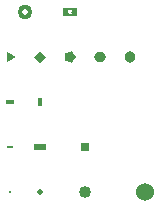
<source format=gbr>
G04 Test: Inch units - standard apertures*
G04 Tests all standard apertures using inch units*
G04 Equivalent to mm/apertures tests but in inches*
%FSLAX26Y26*%
%MOIN*%
G04 Circle apertures - various sizes in inches*
%ADD10C,0.010*%
%ADD11C,0.020*%
%ADD12C,0.040*%
%ADD13C,0.060*%
G04 Rectangle apertures*
%ADD20R,0.020X0.010*%
%ADD21R,0.040X0.020*%
%ADD22R,0.030X0.030*%
G04 Obround apertures*
%ADD30O,0.030X0.015*%
%ADD31O,0.015X0.030*%
G04 Polygon apertures*
%ADD40P,0.040X3*%
%ADD41P,0.040X4*%
%ADD42P,0.040X5*%
%ADD43P,0.040X6*%
%ADD44P,0.040X6X30*%
G04 Apertures with holes*
%ADD50C,0.050X0.020*%
%ADD51R,0.050X0.030X0.015*%
G04 Flash circles in a row (Y = 0.1 inch)*
D10*
X50000Y100000D03*
D11*
X150000Y100000D03*
D12*
X300000Y100000D03*
D13*
X500000Y100000D03*
G04 Flash rectangles (Y = 0.25 inch)*
D20*
X50000Y250000D03*
D21*
X150000Y250000D03*
D22*
X300000Y250000D03*
G04 Flash obrounds (Y = 0.4 inch)*
D30*
X50000Y400000D03*
D31*
X150000Y400000D03*
G04 Flash polygons (Y = 0.55 inch)*
D40*
X50000Y550000D03*
D41*
X150000Y550000D03*
D42*
X250000Y550000D03*
D43*
X350000Y550000D03*
D44*
X450000Y550000D03*
G04 Flash apertures with holes (Y = 0.7 inch)*
D50*
X100000Y700000D03*
D51*
X250000Y700000D03*
M02*

</source>
